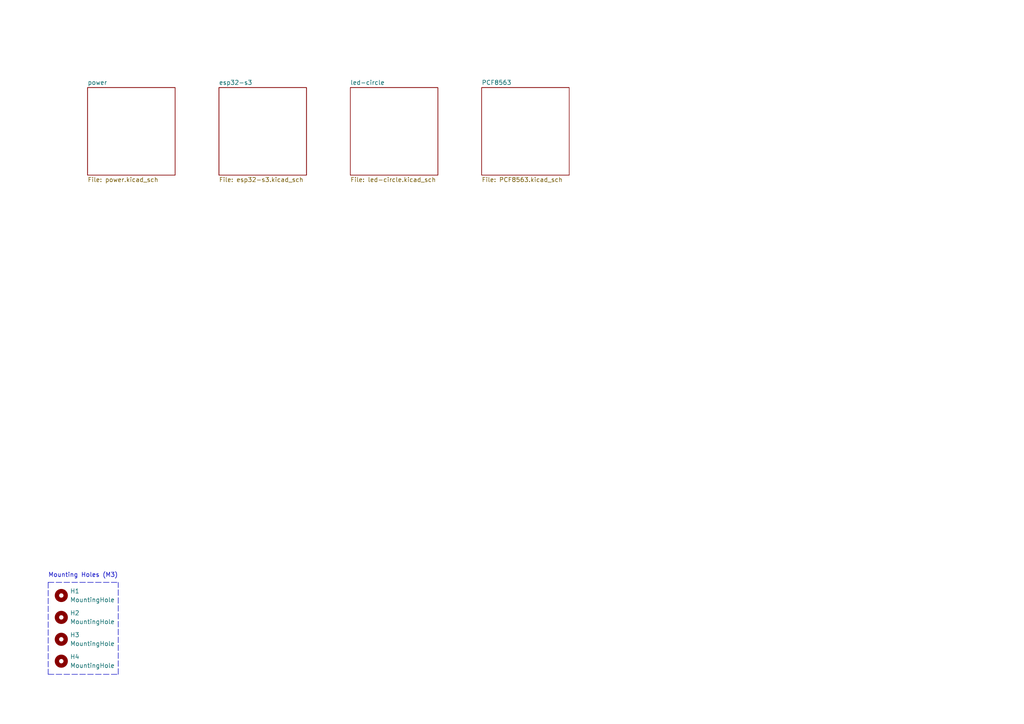
<source format=kicad_sch>
(kicad_sch (version 20231120) (generator "eeschema") (generator_version "8.0")
  (paper "A4")
  (lib_symbols
    (symbol "Mechanical:MountingHole" (pin_names (offset 1.016))
      (property "Reference" "H" (at 0 5.08 0))
      (property "Value" "MountingHole" (at 0 3.175 0))
      (symbol "MountingHole_0_1"
        (circle (center 0 0) (radius 1.27) (stroke (width 1.27)))
      )
    )
  )
  (polyline (pts (xy 34.29 195.58) (xy 34.29 168.91)) (stroke (width 0) (type dash)))
  (polyline (pts (xy 13.97 168.91) (xy 34.29 168.91)) (stroke (width 0) (type dash)))
  (polyline (pts (xy 13.97 168.91) (xy 13.97 195.58)) (stroke (width 0) (type dash)))
  (polyline (pts (xy 13.97 195.58) (xy 34.29 195.58)) (stroke (width 0) (type dash)))
  (text "Mounting Holes (M3)" (at 13.97 167.64 0) (effects (font (size 1.27 1.27)) (justify left bottom)))
  (symbol (lib_id "Mechanical:MountingHole") (at 17.78 179.07 0) (unit 1)
    (property "Reference" "H2" (at 20.32 177.7999 0) (effects (justify left)))
    (property "Value" "MountingHole" (at 20.32 180.3399 0) (effects (justify left)))
    (property "Footprint" "MountingHole:MountingHole_3.2mm_M3" (effects (hide yes)))
  )
  (symbol (lib_id "Mechanical:MountingHole") (at 17.78 172.72 0) (unit 1)
    (property "Reference" "H1" (at 20.32 171.4499 0) (effects (justify left)))
    (property "Value" "MountingHole" (at 20.32 173.9899 0) (effects (justify left)))
    (property "Footprint" "MountingHole:MountingHole_3.2mm_M3" (effects (hide yes)))
  )
  (symbol (lib_id "Mechanical:MountingHole") (at 17.78 185.42 0) (unit 1)
    (property "Reference" "H3" (at 20.32 184.1499 0) (effects (justify left)))
    (property "Value" "MountingHole" (at 20.32 186.6899 0) (effects (justify left)))
    (property "Footprint" "MountingHole:MountingHole_3.2mm_M3" (effects (hide yes)))
  )
  (symbol (lib_id "Mechanical:MountingHole") (at 17.78 191.77 0) (unit 1)
    (property "Reference" "H4" (at 20.32 190.4999 0) (effects (justify left)))
    (property "Value" "MountingHole" (at 20.32 193.0399 0) (effects (justify left)))
    (property "Footprint" "MountingHole:MountingHole_3.2mm_M3" (effects (hide yes)))
  )
  (sheet (at 101.6 25.4) (size 25.4 25.4) (stroke (width 0.1524))
    (property "Sheetname" "led-circle" (at 101.6 24.6884 0) (effects (justify left bottom)))
    (property "Sheetfile" "led-circle.kicad_sch" (at 101.6 51.3846 0) (effects (justify left top)))
  )
  (sheet (at 63.5 25.4) (size 25.4 25.4) (stroke (width 0.1524))
    (property "Sheetname" "esp32-s3" (at 63.5 24.6884 0) (effects (justify left bottom)))
    (property "Sheetfile" "esp32-s3.kicad_sch" (at 63.5 51.3846 0) (effects (justify left top)))
  )
  (sheet (at 139.7 25.4) (size 25.4 25.4) (stroke (width 0.1524))
    (property "Sheetname" "PCF8563" (at 139.7 24.6884 0) (effects (justify left bottom)))
    (property "Sheetfile" "PCF8563.kicad_sch" (at 139.7 51.3846 0) (effects (justify left top)))
  )
  (sheet (at 25.4 25.4) (size 25.4 25.4) (stroke (width 0.1524))
    (property "Sheetname" "power" (at 25.4 24.6884 0) (effects (justify left bottom)))
    (property "Sheetfile" "power.kicad_sch" (at 25.4 51.3846 0) (effects (justify left top)))
  )
)
</source>
